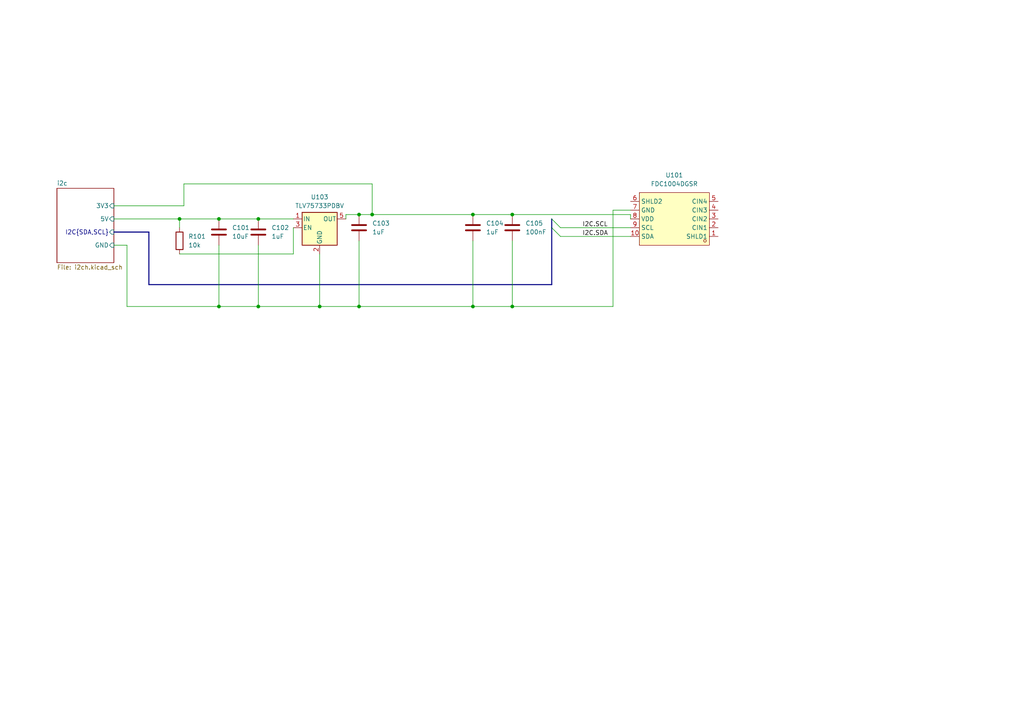
<source format=kicad_sch>
(kicad_sch (version 20250114) (generator "eeschema") (generator_version "9.0")
  (paper "A4")
  (lib_symbols
    (symbol "Device:C" (pin_numbers (hide yes)) (pin_names (offset 0.254))
      (property "Reference" "C" (at 0.635 2.54 0))
      (property "Value" "C" (at 0.635 -2.54 0))
      (symbol "C_0_1"
        (polyline (pts (xy -2.032 0.762) (xy 2.032 0.762)) (stroke (width 0.508)))
        (polyline (pts (xy -2.032 -0.762) (xy 2.032 -0.762)) (stroke (width 0.508)))
      )
      (symbol "C_1_1"
        (pin passive line (at 0 3.81 270) (length 2.794) (name "~") (number "1"))
        (pin passive line (at 0 -3.81 90) (length 2.794) (name "~") (number "2"))
      )
    )
    (symbol "Device:R" (pin_numbers (hide yes)) (pin_names (offset 0))
      (property "Reference" "R" (at 2.032 0 90))
      (property "Value" "R" (at 0 0 90))
      (symbol "R_0_1"
        (rectangle (start -1.016 -2.54) (end 1.016 2.54) (stroke (width 0.254)))
      )
      (symbol "R_1_1"
        (pin passive line (at 0 3.81 270) (length 1.27) (name "~") (number "1"))
        (pin passive line (at 0 -3.81 90) (length 1.27) (name "~") (number "2"))
      )
    )
    (symbol "Regulator_Linear:TLV75733PDBV" (pin_names (offset 0.254))
      (property "Reference" "U" (at -3.81 5.715 0))
      (property "Value" "TLV75733PDBV" (at 0 5.715 0))
      (symbol "TLV75733PDBV_0_1"
        (rectangle (start -5.08 4.445) (end 5.08 -5.08) (stroke (width 0.254)) (fill (type background)))
      )
      (symbol "TLV75733PDBV_1_1"
        (pin power_in line (at -7.62 2.54 0) (length 2.54) (name "IN") (number "1"))
        (pin input line (at -7.62 0 0) (length 2.54) (name "EN") (number "3"))
        (pin power_in line (at 0 -7.62 90) (length 2.54) (name "GND") (number "2"))
        (pin no_connect line (at 5.08 0 180) (length 2.54) (hide yes) (name "NC") (number "4"))
        (pin power_out line (at 7.62 2.54 180) (length 2.54) (name "OUT") (number "5"))
      )
    )
    (symbol "easyeda2kicad:FDC1004DGSR"
      (property "Reference" "U" (at 0 10.16 0))
      (property "Value" "FDC1004DGSR" (at 0 -10.16 0))
      (symbol "FDC1004DGSR_0_1"
        (rectangle (start -10.16 7.62) (end 10.16 -7.62) (fill (type background)))
        (circle (center -8.89 6.35) (radius 0.38))
        (pin unspecified line (at -12.7 5.08 0) (length 2.54) (name "SHLD1") (number "1"))
        (pin unspecified line (at -12.7 2.54 0) (length 2.54) (name "CIN1") (number "2"))
        (pin unspecified line (at -12.7 0 0) (length 2.54) (name "CIN2") (number "3"))
        (pin unspecified line (at -12.7 -2.54 0) (length 2.54) (name "CIN3") (number "4"))
        (pin unspecified line (at -12.7 -5.08 0) (length 2.54) (name "CIN4") (number "5"))
        (pin unspecified line (at 12.7 5.08 180) (length 2.54) (name "SDA") (number "10"))
        (pin unspecified line (at 12.7 2.54 180) (length 2.54) (name "SCL") (number "9"))
        (pin unspecified line (at 12.7 0 180) (length 2.54) (name "VDD") (number "8"))
        (pin unspecified line (at 12.7 -2.54 180) (length 2.54) (name "GND") (number "7"))
        (pin unspecified line (at 12.7 -5.08 180) (length 2.54) (name "SHLD2") (number "6"))
      )
    )
  )
  (junction (at 104.14 88.9))
  (junction (at 52.07 63.5))
  (junction (at 137.16 88.9))
  (junction (at 137.16 62.23))
  (junction (at 63.5 88.9))
  (junction (at 104.14 62.23))
  (junction (at 74.93 63.5))
  (junction (at 74.93 88.9))
  (junction (at 63.5 63.5))
  (junction (at 107.95 62.23))
  (junction (at 92.71 88.9))
  (junction (at 148.59 62.23))
  (junction (at 148.59 88.9))
  (bus_entry (at 160.02 66.04) (size 2.54 2.54))
  (bus_entry (at 160.02 63.5) (size 2.54 2.54))
  (wire (pts (xy 92.71 88.9) (xy 104.14 88.9)))
  (wire (pts (xy 63.5 71.12) (xy 63.5 88.9)))
  (wire (pts (xy 104.14 62.23) (xy 107.95 62.23)))
  (wire (pts (xy 33.02 71.12) (xy 36.83 71.12)))
  (wire (pts (xy 162.56 66.04) (xy 182.88 66.04)))
  (wire (pts (xy 137.16 69.85) (xy 137.16 88.9)))
  (wire (pts (xy 148.59 69.85) (xy 148.59 88.9)))
  (wire (pts (xy 100.33 62.23) (xy 104.14 62.23)))
  (bus (pts (xy 43.18 67.31) (xy 43.18 82.55)))
  (wire (pts (xy 74.93 88.9) (xy 92.71 88.9)))
  (wire (pts (xy 177.8 88.9) (xy 177.8 60.96)))
  (wire (pts (xy 104.14 88.9) (xy 137.16 88.9)))
  (bus (pts (xy 33.02 67.31) (xy 43.18 67.31)))
  (wire (pts (xy 177.8 60.96) (xy 182.88 60.96)))
  (wire (pts (xy 137.16 88.9) (xy 148.59 88.9)))
  (wire (pts (xy 92.71 73.66) (xy 92.71 88.9)))
  (wire (pts (xy 182.88 62.23) (xy 182.88 63.5)))
  (wire (pts (xy 36.83 88.9) (xy 63.5 88.9)))
  (wire (pts (xy 74.93 71.12) (xy 74.93 88.9)))
  (bus (pts (xy 160.02 66.04) (xy 160.02 82.55)))
  (wire (pts (xy 53.34 53.34) (xy 107.95 53.34)))
  (wire (pts (xy 148.59 62.23) (xy 182.88 62.23)))
  (wire (pts (xy 63.5 88.9) (xy 74.93 88.9)))
  (wire (pts (xy 33.02 63.5) (xy 52.07 63.5)))
  (bus (pts (xy 160.02 63.5) (xy 160.02 66.04)))
  (bus (pts (xy 43.18 82.55) (xy 160.02 82.55)))
  (wire (pts (xy 162.56 68.58) (xy 182.88 68.58)))
  (wire (pts (xy 36.83 71.12) (xy 36.83 88.9)))
  (wire (pts (xy 107.95 53.34) (xy 107.95 62.23)))
  (wire (pts (xy 104.14 69.85) (xy 104.14 88.9)))
  (wire (pts (xy 107.95 62.23) (xy 137.16 62.23)))
  (wire (pts (xy 148.59 88.9) (xy 177.8 88.9)))
  (wire (pts (xy 74.93 63.5) (xy 85.09 63.5)))
  (wire (pts (xy 52.07 73.66) (xy 85.09 73.66)))
  (wire (pts (xy 63.5 63.5) (xy 74.93 63.5)))
  (wire (pts (xy 85.09 66.04) (xy 85.09 73.66)))
  (wire (pts (xy 53.34 59.69) (xy 53.34 53.34)))
  (wire (pts (xy 52.07 63.5) (xy 63.5 63.5)))
  (wire (pts (xy 52.07 66.04) (xy 52.07 63.5)))
  (wire (pts (xy 33.02 59.69) (xy 53.34 59.69)))
  (wire (pts (xy 137.16 62.23) (xy 148.59 62.23)))
  (wire (pts (xy 100.33 62.23) (xy 100.33 63.5)))
  (label "I2C.SCL" (at 168.91 66.04 0))
  (label "I2C.SDA" (at 168.91 68.58 0))
  (symbol (lib_id "Device:C") (at 63.5 67.31 0) (unit 1)
    (property "Reference" "C101" (at 67.31 66.0399 0) (effects (justify left)))
    (property "Value" "10uF" (at 67.31 68.5799 0) (effects (justify left)))
    (property "Footprint" "Capacitor_SMD:C_0805_2012Metric" (effects (hide yes)))
    (property "Description" "Unpolarized capacitor" (effects (hide yes)))
  )
  (symbol (lib_id "Device:C") (at 148.59 66.04 0) (unit 1)
    (property "Reference" "C105" (at 152.4 64.7699 0) (effects (justify left)))
    (property "Value" "100nF" (at 152.4 67.3099 0) (effects (justify left)))
    (property "Footprint" "Capacitor_SMD:C_0603_1608Metric" (effects (hide yes)))
    (property "Description" "Unpolarized capacitor" (effects (hide yes)))
  )
  (symbol (lib_id "Device:C") (at 104.14 66.04 0) (unit 1)
    (property "Reference" "C103" (at 107.95 64.7699 0) (effects (justify left)))
    (property "Value" "1uF" (at 107.95 67.3099 0) (effects (justify left)))
    (property "Footprint" "Capacitor_SMD:C_0603_1608Metric" (effects (hide yes)))
    (property "Description" "Unpolarized capacitor" (effects (hide yes)))
  )
  (symbol (lib_id "easyeda2kicad:FDC1004DGSR") (at 195.58 63.5 180) (unit 1)
    (property "Reference" "U101" (at 195.58 50.8 0))
    (property "Value" "FDC1004DGSR" (at 195.58 53.34 0))
    (property "Footprint" "Package_SO:MSOP-10_3x3mm_P0.5mm" (effects (hide yes)))
    (property "LCSC Part" "C2865994" (effects (hide yes)))
  )
  (symbol (lib_id "Device:R") (at 52.07 69.85 0) (unit 1)
    (property "Reference" "R101" (at 54.61 68.5799 0) (effects (justify left)))
    (property "Value" "10k" (at 54.61 71.1199 0) (effects (justify left)))
    (property "Footprint" "Resistor_SMD:R_0603_1608Metric" (effects (hide yes)))
    (property "Description" "Resistor" (effects (hide yes)))
  )
  (symbol (lib_id "Regulator_Linear:TLV75733PDBV") (at 92.71 66.04 0) (unit 1)
    (property "Reference" "U103" (at 92.71 57.15 0))
    (property "Value" "TLV75733PDBV" (at 92.71 59.69 0))
    (property "Footprint" "Package_TO_SOT_SMD:SOT-23-5" (effects (hide yes)))
    (property "Datasheet" "https://www.ti.com/lit/ds/symlink/tlv757p.pdf" (effects (hide yes)))
    (property "Description" "1A Low IQ Small Size Low Dropout Voltage Regulator, Fixed Output 3.3V, SOT-23-5" (effects (hide yes)))
  )
  (symbol (lib_id "Device:C") (at 137.16 66.04 0) (unit 1)
    (property "Reference" "C104" (at 140.97 64.7699 0) (effects (justify left)))
    (property "Value" "1uF" (at 140.97 67.3099 0) (effects (justify left)))
    (property "Footprint" "Capacitor_SMD:C_0603_1608Metric" (effects (hide yes)))
    (property "Description" "Unpolarized capacitor" (effects (hide yes)))
  )
  (symbol (lib_id "Device:C") (at 74.93 67.31 0) (unit 1)
    (property "Reference" "C102" (at 78.74 66.0399 0) (effects (justify left)))
    (property "Value" "1uF" (at 78.74 68.5799 0) (effects (justify left)))
    (property "Footprint" "Capacitor_SMD:C_0603_1608Metric" (effects (hide yes)))
    (property "Description" "Unpolarized capacitor" (effects (hide yes)))
  )
  (sheet (at 16.51 54.61) (size 16.51 21.59) (stroke (width 0.1524))
    (property "Sheetname" "i2c" (at 16.51 53.8984 0) (effects (justify left bottom)))
    (property "Sheetfile" "i2ch.kicad_sch" (at 16.51 76.7846 0) (effects (justify left top)))
    (pin "3V3" input (at 33.02 59.69 0))
    (pin "5V" input (at 33.02 63.5 0))
    (pin "I2C{SDA,SCL}" input (at 33.02 67.31 0))
    (pin "GND" input (at 33.02 71.12 0))
  )
)
</source>
